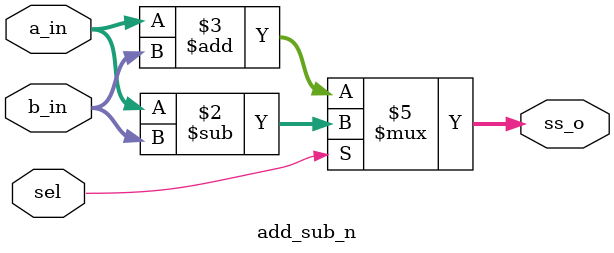
<source format=sv>

module add_sub_n 
    #(
    parameter N = 8                 // generic width       
    )(
    input  logic [N-1:0]    a_in,   // a operand
    input  logic [N-1:0]    b_in,   // b operand
    input  logic            sel,    // selector
    output logic [N-1:0]    ss_o    // sum/sub
    );

    always_comb begin
        if (sel)
            ss_o = unsigned'(a_in) - unsigned'(b_in);
        else
            ss_o = unsigned'(a_in) + unsigned'(b_in);
    end

endmodule

</source>
